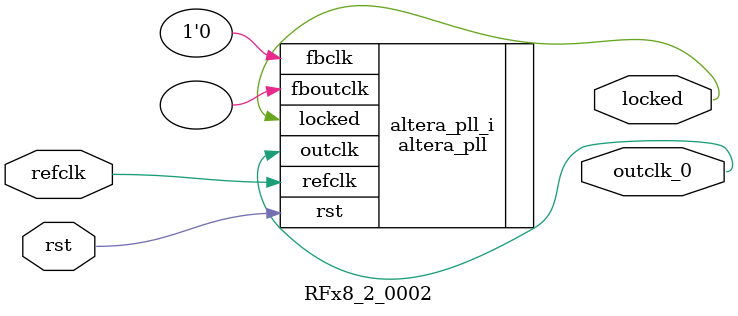
<source format=v>
`timescale 1ns/10ps
module  RFx8_2_0002(

	// interface 'refclk'
	input wire refclk,

	// interface 'reset'
	input wire rst,

	// interface 'outclk0'
	output wire outclk_0,

	// interface 'locked'
	output wire locked
);

	altera_pll #(
		.fractional_vco_multiplier("false"),
		.reference_clock_frequency("50.0 MHz"),
		.operation_mode("direct"),
		.number_of_clocks(1),
		.output_clock_frequency0("184.523809 MHz"),
		.phase_shift0("0 ps"),
		.duty_cycle0(50),
		.output_clock_frequency1("0 MHz"),
		.phase_shift1("0 ps"),
		.duty_cycle1(50),
		.output_clock_frequency2("0 MHz"),
		.phase_shift2("0 ps"),
		.duty_cycle2(50),
		.output_clock_frequency3("0 MHz"),
		.phase_shift3("0 ps"),
		.duty_cycle3(50),
		.output_clock_frequency4("0 MHz"),
		.phase_shift4("0 ps"),
		.duty_cycle4(50),
		.output_clock_frequency5("0 MHz"),
		.phase_shift5("0 ps"),
		.duty_cycle5(50),
		.output_clock_frequency6("0 MHz"),
		.phase_shift6("0 ps"),
		.duty_cycle6(50),
		.output_clock_frequency7("0 MHz"),
		.phase_shift7("0 ps"),
		.duty_cycle7(50),
		.output_clock_frequency8("0 MHz"),
		.phase_shift8("0 ps"),
		.duty_cycle8(50),
		.output_clock_frequency9("0 MHz"),
		.phase_shift9("0 ps"),
		.duty_cycle9(50),
		.output_clock_frequency10("0 MHz"),
		.phase_shift10("0 ps"),
		.duty_cycle10(50),
		.output_clock_frequency11("0 MHz"),
		.phase_shift11("0 ps"),
		.duty_cycle11(50),
		.output_clock_frequency12("0 MHz"),
		.phase_shift12("0 ps"),
		.duty_cycle12(50),
		.output_clock_frequency13("0 MHz"),
		.phase_shift13("0 ps"),
		.duty_cycle13(50),
		.output_clock_frequency14("0 MHz"),
		.phase_shift14("0 ps"),
		.duty_cycle14(50),
		.output_clock_frequency15("0 MHz"),
		.phase_shift15("0 ps"),
		.duty_cycle15(50),
		.output_clock_frequency16("0 MHz"),
		.phase_shift16("0 ps"),
		.duty_cycle16(50),
		.output_clock_frequency17("0 MHz"),
		.phase_shift17("0 ps"),
		.duty_cycle17(50),
		.pll_type("General"),
		.pll_subtype("General")
	) altera_pll_i (
		.rst	(rst),
		.outclk	({outclk_0}),
		.locked	(locked),
		.fboutclk	( ),
		.fbclk	(1'b0),
		.refclk	(refclk)
	);
endmodule


</source>
